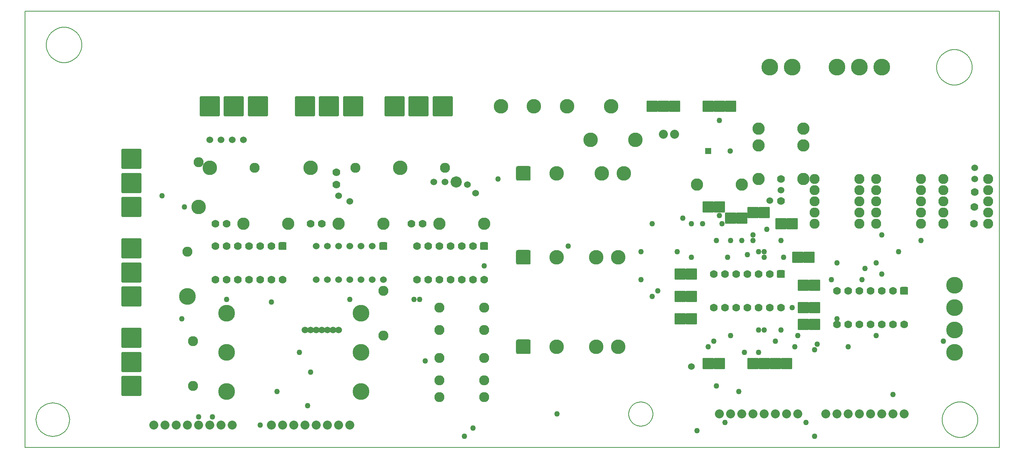
<source format=gbr>
G04 PROTEUS RS274X GERBER FILE*
%FSLAX45Y45*%
%MOMM*%
G01*
%ADD17C,1.270000*%
%ADD22C,1.524000*%
%ADD20C,2.540000*%
%ADD27C,1.778000*%
%AMPPAD028*
4,1,48,
-1.905000,2.286000,
1.905000,2.286000,
1.944600,2.284080,
1.982900,2.278420,
2.054940,2.256610,
2.119730,2.221960,
2.175870,2.175870,
2.221960,2.119730,
2.256610,2.054940,
2.269210,2.019740,
2.278420,1.982900,
2.284080,1.944600,
2.286000,1.905000,
2.286000,-1.905000,
2.284080,-1.944600,
2.278420,-1.982900,
2.269210,-2.019740,
2.256610,-2.054940,
2.221960,-2.119730,
2.175870,-2.175870,
2.119730,-2.221960,
2.054940,-2.256610,
1.982900,-2.278420,
1.944600,-2.284080,
1.905000,-2.286000,
-1.905000,-2.286000,
-1.944600,-2.284080,
-1.982900,-2.278420,
-2.054940,-2.256610,
-2.119730,-2.221960,
-2.175870,-2.175870,
-2.221960,-2.119730,
-2.256610,-2.054940,
-2.269210,-2.019740,
-2.278420,-1.982900,
-2.284080,-1.944600,
-2.286000,-1.905000,
-2.286000,1.905000,
-2.284080,1.944600,
-2.278420,1.982900,
-2.269210,2.019740,
-2.256610,2.054940,
-2.221960,2.119730,
-2.175870,2.175870,
-2.119730,2.221960,
-2.054940,2.256610,
-1.982900,2.278420,
-1.944600,2.284080,
-1.905000,2.286000,
0*%
%ADD34PPAD028*%
%AMPPAD029*
4,1,48,
-2.286000,-1.905000,
-2.286000,1.905000,
-2.284080,1.944600,
-2.278420,1.982900,
-2.256610,2.054940,
-2.221960,2.119730,
-2.175870,2.175870,
-2.119730,2.221960,
-2.054940,2.256610,
-2.019740,2.269210,
-1.982900,2.278420,
-1.944600,2.284080,
-1.905000,2.286000,
1.905000,2.286000,
1.944600,2.284080,
1.982900,2.278420,
2.019740,2.269210,
2.054940,2.256610,
2.119730,2.221960,
2.175870,2.175870,
2.221960,2.119730,
2.256610,2.054940,
2.278420,1.982900,
2.284080,1.944600,
2.286000,1.905000,
2.286000,-1.905000,
2.284080,-1.944600,
2.278420,-1.982900,
2.256610,-2.054940,
2.221960,-2.119730,
2.175870,-2.175870,
2.119730,-2.221960,
2.054940,-2.256610,
2.019740,-2.269210,
1.982900,-2.278420,
1.944600,-2.284080,
1.905000,-2.286000,
-1.905000,-2.286000,
-1.944600,-2.284080,
-1.982900,-2.278420,
-2.019740,-2.269210,
-2.054940,-2.256610,
-2.119730,-2.221960,
-2.175870,-2.175870,
-2.221960,-2.119730,
-2.256610,-2.054940,
-2.278420,-1.982900,
-2.284080,-1.944600,
-2.286000,-1.905000,
0*%
%ADD35PPAD029*%
%AMPPAD030*
4,1,48,
0.635000,-0.889000,
-0.635000,-0.889000,
-0.661400,-0.887720,
-0.686930,-0.883950,
-0.711490,-0.877800,
-0.757220,-0.858870,
-0.797650,-0.831840,
-0.831840,-0.797640,
-0.858860,-0.757220,
-0.877800,-0.711490,
-0.883950,-0.686930,
-0.887720,-0.661400,
-0.889000,-0.635000,
-0.889000,0.635000,
-0.887720,0.661400,
-0.883950,0.686930,
-0.877800,0.711490,
-0.858860,0.757220,
-0.831840,0.797640,
-0.797650,0.831840,
-0.757220,0.858870,
-0.711490,0.877800,
-0.686930,0.883950,
-0.661400,0.887720,
-0.635000,0.889000,
0.635000,0.889000,
0.661400,0.887720,
0.686930,0.883950,
0.711490,0.877800,
0.757220,0.858870,
0.797650,0.831840,
0.831840,0.797640,
0.858860,0.757220,
0.877800,0.711490,
0.883950,0.686930,
0.887720,0.661400,
0.889000,0.635000,
0.889000,-0.635000,
0.887720,-0.661400,
0.883950,-0.686930,
0.877800,-0.711490,
0.858860,-0.757220,
0.831840,-0.797640,
0.797650,-0.831840,
0.757220,-0.858870,
0.711490,-0.877800,
0.686930,-0.883950,
0.661400,-0.887720,
0.635000,-0.889000,
0*%
%ADD36PPAD030*%
%ADD37C,2.794000*%
%ADD38C,3.810000*%
%ADD39C,3.302000*%
%AMPPAD034*
4,1,48,
-1.016000,1.270000,
1.016000,1.270000,
1.042400,1.268720,
1.067930,1.264950,
1.092490,1.258800,
1.138220,1.239870,
1.178650,1.212840,
1.212840,1.178640,
1.239860,1.138220,
1.258800,1.092490,
1.264950,1.067930,
1.268720,1.042400,
1.270000,1.016000,
1.270000,-1.016000,
1.268720,-1.042400,
1.264950,-1.067930,
1.258800,-1.092490,
1.239860,-1.138220,
1.212840,-1.178640,
1.178650,-1.212840,
1.138220,-1.239870,
1.092490,-1.258800,
1.067930,-1.264950,
1.042400,-1.268720,
1.016000,-1.270000,
-1.016000,-1.270000,
-1.042400,-1.268720,
-1.067930,-1.264950,
-1.092490,-1.258800,
-1.138220,-1.239870,
-1.178650,-1.212840,
-1.212840,-1.178640,
-1.239860,-1.138220,
-1.258800,-1.092490,
-1.264950,-1.067930,
-1.268720,-1.042400,
-1.270000,-1.016000,
-1.270000,1.016000,
-1.268720,1.042400,
-1.264950,1.067930,
-1.258800,1.092490,
-1.239860,1.138220,
-1.212840,1.178640,
-1.178650,1.212840,
-1.138220,1.239870,
-1.092490,1.258800,
-1.067930,1.264950,
-1.042400,1.268720,
-1.016000,1.270000,
0*%
%ADD40PPAD034*%
%ADD16C,2.032000*%
%AMPPAD035*
4,1,4,
-0.640000,0.640000,
0.640000,0.640000,
0.640000,-0.640000,
-0.640000,-0.640000,
-0.640000,0.640000,
0*%
%ADD41PPAD035*%
%ADD25C,1.280000*%
%AMPPAD036*
4,1,48,
-1.270000,1.651000,
1.270000,1.651000,
1.309600,1.649080,
1.347900,1.643420,
1.419940,1.621610,
1.484730,1.586960,
1.540870,1.540870,
1.586960,1.484730,
1.621610,1.419940,
1.634210,1.384740,
1.643420,1.347900,
1.649080,1.309600,
1.651000,1.270000,
1.651000,-1.270000,
1.649080,-1.309600,
1.643420,-1.347900,
1.634210,-1.384740,
1.621610,-1.419940,
1.586960,-1.484730,
1.540870,-1.540870,
1.484730,-1.586960,
1.419940,-1.621610,
1.347900,-1.643420,
1.309600,-1.649080,
1.270000,-1.651000,
-1.270000,-1.651000,
-1.309600,-1.649080,
-1.347900,-1.643420,
-1.419940,-1.621610,
-1.484730,-1.586960,
-1.540870,-1.540870,
-1.586960,-1.484730,
-1.621610,-1.419940,
-1.634210,-1.384740,
-1.643420,-1.347900,
-1.649080,-1.309600,
-1.651000,-1.270000,
-1.651000,1.270000,
-1.649080,1.309600,
-1.643420,1.347900,
-1.634210,1.384740,
-1.621610,1.419940,
-1.586960,1.484730,
-1.540870,1.540870,
-1.484730,1.586960,
-1.419940,1.621610,
-1.347900,1.643420,
-1.309600,1.649080,
-1.270000,1.651000,
0*%
%ADD42PPAD036*%
%ADD70C,2.286000*%
%ADD31C,0.203200*%
%TD.AperFunction*%
D17*
X+4826000Y+7112000D03*
X+5016500Y+7620000D03*
X+4953000Y+6985000D03*
X+4381500Y+3937000D03*
X+4699000Y+7493000D03*
X+5334000Y+7366000D03*
X+4826000Y+4826000D03*
X+4826000Y+5334000D03*
X+5207000Y+5080000D03*
X+4508500Y+4826000D03*
X+4953000Y+5334000D03*
X+4953000Y+7112000D03*
X+4699000Y+7366000D03*
X+3111500Y+7874000D03*
X+3937000Y+7937500D03*
X+4000500Y+7747000D03*
X+4127500Y+6985000D03*
X+3556000Y+7747000D03*
X+3873500Y+7366000D03*
X+4191000Y+7366000D03*
X+3810000Y+5080000D03*
X+3873500Y+4064000D03*
X+3683000Y+4953000D03*
X+7620000Y+6604000D03*
X+7175500Y+6477000D03*
X+7493000Y+5207000D03*
X+6604000Y+5588000D03*
X+3302000Y+6985000D03*
X+4572000Y+7048500D03*
D22*
X+3302000Y+4508500D03*
D17*
X+4445000Y+7366000D03*
X+4191000Y+5207000D03*
X+3937000Y+10096500D03*
X+5651500Y+4953000D03*
X+5334000Y+5334000D03*
X+5397500Y+6985000D03*
X-6223000Y+5969000D03*
X-7239000Y+6032500D03*
X+6858000Y+4953000D03*
X+7493000Y+6858000D03*
X+7239000Y+6731000D03*
X+6477000Y+6477000D03*
X+6604000Y+6858000D03*
X-8699500Y+8382000D03*
X-1079500Y+8763000D03*
X-1651000Y+3111500D03*
X+6096000Y+2921000D03*
X+6096000Y+4889500D03*
X+4064000Y+3238500D03*
X+5905500Y+3238500D03*
X+7874000Y+3873500D03*
X+3429000Y+3048000D03*
X-1841500Y+2921000D03*
X+8001000Y+7112000D03*
X+8509000Y+7366000D03*
X+9017000Y+5080000D03*
X+6159500Y+5016500D03*
X+5715000Y+5207000D03*
X+5588000Y+5842000D03*
X-5588000Y+4826000D03*
X-8255000Y+5588000D03*
X-1397000Y+6794500D03*
X-7874000Y+3365500D03*
X-2730500Y+4635500D03*
X-5334000Y+4381500D03*
D22*
X-1778000Y+8636000D03*
X-1587500Y+8445500D03*
D17*
X-2984500Y+6032500D03*
X-4445000Y+6032500D03*
D22*
X-4826000Y+5334000D03*
X-5080000Y+5334000D03*
X-5461000Y+5334000D03*
X-4699000Y+5334000D03*
X-5334000Y+5334000D03*
X-5207000Y+5334000D03*
X-4953000Y+5334000D03*
D20*
X-2032000Y+8699500D03*
D22*
X-2286000Y+8699500D03*
X-2540000Y+8699500D03*
X+5080415Y+8272026D03*
X+5334191Y+8509000D03*
D27*
X-4746450Y+8636000D03*
D22*
X-7366000Y+9652000D03*
X-7620000Y+9652000D03*
X-6858000Y+9652000D03*
X-7112000Y+9652000D03*
X-4445000Y+8255000D03*
X-4699000Y+8382000D03*
D27*
X-4744743Y+8921821D03*
D17*
X-8191500Y+8128000D03*
D22*
X+9733796Y+9017000D03*
D17*
X+7620000Y+7493000D03*
D22*
X+9733796Y+8763000D03*
D27*
X+9724673Y+8128781D03*
X+9733796Y+8470957D03*
X+9719194Y+7747860D03*
X+5334264Y+8265835D03*
X+5334115Y+8763000D03*
D17*
X-6096000Y+3937000D03*
X-7556500Y+3365500D03*
X-6477000Y+3175000D03*
X-5397500Y+3619500D03*
X+254000Y+3429000D03*
X+508000Y+7239000D03*
X+2984500Y+7112000D03*
X+2159000Y+7112000D03*
X+2159000Y+6477000D03*
X-2857500Y+6032500D03*
X+2540000Y+6223000D03*
X+3302000Y+7747000D03*
X+2413000Y+7747000D03*
X+2413000Y+6096000D03*
D34*
X-7620000Y+10414000D03*
X-7073900Y+10414000D03*
X-6527800Y+10414000D03*
D35*
X-9398000Y+8128000D03*
X-9398000Y+8674100D03*
X-9398000Y+9220200D03*
D34*
X-5461000Y+10414000D03*
X-4914900Y+10414000D03*
X-4368800Y+10414000D03*
D35*
X-9398000Y+6096000D03*
X-9398000Y+6642100D03*
X-9398000Y+7188200D03*
D34*
X-3429000Y+10414000D03*
X-2882900Y+10414000D03*
X-2336800Y+10414000D03*
D35*
X-9398000Y+4064000D03*
X-9398000Y+4610100D03*
X-9398000Y+5156200D03*
D36*
X-5969000Y+7239000D03*
D27*
X-6223000Y+7239000D03*
X-6477000Y+7239000D03*
X-6731000Y+7239000D03*
X-6985000Y+7239000D03*
X-7239000Y+7239000D03*
X-7493000Y+7239000D03*
X-7493000Y+6477000D03*
X-7239000Y+6477000D03*
X-6985000Y+6477000D03*
X-6731000Y+6477000D03*
X-6477000Y+6477000D03*
X-6223000Y+6477000D03*
X-5969000Y+6477000D03*
D36*
X-3683000Y+7239000D03*
D22*
X-3937000Y+7239000D03*
X-4191000Y+7239000D03*
X-4445000Y+7239000D03*
X-4699000Y+7239000D03*
X-4953000Y+7239000D03*
X-5207000Y+7239000D03*
X-5207000Y+6477000D03*
X-4953000Y+6477000D03*
X-4699000Y+6477000D03*
X-4445000Y+6477000D03*
X-4191000Y+6477000D03*
X-3937000Y+6477000D03*
X-3683000Y+6477000D03*
D36*
X-1397000Y+7239000D03*
D27*
X-1651000Y+7239000D03*
X-1905000Y+7239000D03*
X-2159000Y+7239000D03*
X-2413000Y+7239000D03*
X-2667000Y+7239000D03*
X-2921000Y+7239000D03*
X-2921000Y+6477000D03*
X-2667000Y+6477000D03*
X-2413000Y+6477000D03*
X-2159000Y+6477000D03*
X-1905000Y+6477000D03*
X-1651000Y+6477000D03*
X-1397000Y+6477000D03*
D37*
X-5842000Y+7747000D03*
X-6858000Y+7747000D03*
X-3683000Y+7747000D03*
X-4699000Y+7747000D03*
X-1397000Y+7747000D03*
X-2413000Y+7747000D03*
D27*
X-7493000Y+7747000D03*
X-7239000Y+7747000D03*
X-5334000Y+7747000D03*
X-5080000Y+7747000D03*
X-3048000Y+7747000D03*
X-2794000Y+7747000D03*
D38*
X+9271000Y+4826000D03*
X+9271000Y+5334000D03*
X+9271000Y+5842000D03*
X+9271000Y+6350000D03*
X+7620000Y+11303000D03*
X+7112000Y+11303000D03*
X+6604000Y+11303000D03*
X+5588000Y+11303000D03*
X+5080000Y+11303000D03*
D39*
X+1484000Y+10414000D03*
X-1016000Y+10414000D03*
X+484000Y+10414000D03*
X-266000Y+10414000D03*
D40*
X+3683000Y+10414000D03*
X+3937000Y+10414000D03*
X+4191000Y+10414000D03*
X+2413000Y+10414000D03*
X+2667000Y+10414000D03*
X+2921000Y+10414000D03*
D16*
X+2921000Y+9779000D03*
X+2667000Y+9779000D03*
D41*
X+3687000Y+9398000D03*
D25*
X+4187000Y+9398000D03*
D37*
X+5842000Y+9906000D03*
X+4826000Y+9906000D03*
X+4445000Y+8636000D03*
X+3429000Y+8636000D03*
X+4826000Y+9525000D03*
X+5842000Y+9525000D03*
X+5842000Y+8763000D03*
X+4826000Y+8763000D03*
D16*
X-8890000Y+3175000D03*
X-8636000Y+3175000D03*
X-8382000Y+3175000D03*
X-8128000Y+3175000D03*
X-7874000Y+3175000D03*
X-7620000Y+3175000D03*
X-7366000Y+3175000D03*
X-7112000Y+3175000D03*
D42*
X-502000Y+6985000D03*
D39*
X+248000Y+6985000D03*
D42*
X-502000Y+4953000D03*
D39*
X+248000Y+4953000D03*
D42*
X-502000Y+8890000D03*
D39*
X+248000Y+8890000D03*
X+1274000Y+8890000D03*
X+1774000Y+8890000D03*
X+1147000Y+6985000D03*
X+1647000Y+6985000D03*
X+1147000Y+4953000D03*
X+1647000Y+4953000D03*
D38*
X-7239000Y+5715000D03*
X-4191000Y+5715000D03*
X-7239000Y+4826000D03*
X-4191000Y+4826000D03*
X-7239000Y+3937000D03*
X-4191000Y+3937000D03*
D70*
X-2413000Y+5842000D03*
X-1397000Y+5842000D03*
X-1397000Y+5334000D03*
X-2413000Y+5334000D03*
X-2413000Y+4699000D03*
X-1397000Y+4699000D03*
X-1397000Y+4191000D03*
X-2413000Y+4191000D03*
X-2413000Y+3810000D03*
X-1397000Y+3810000D03*
X-6604000Y+9017000D03*
D39*
X-7620000Y+9017000D03*
D70*
X-4318000Y+9017000D03*
D39*
X-5334000Y+9017000D03*
D70*
X-2286000Y+9017000D03*
D39*
X-3302000Y+9017000D03*
D70*
X-8001000Y+5080000D03*
X-8001000Y+4064000D03*
X-8128000Y+7112000D03*
D38*
X-8128000Y+6096000D03*
D70*
X-7874000Y+9144000D03*
D39*
X-7874000Y+8128000D03*
D16*
X-6223000Y+3175000D03*
X-5969000Y+3175000D03*
X-5715000Y+3175000D03*
X-5461000Y+3175000D03*
X-5207000Y+3175000D03*
X-4953000Y+3175000D03*
X-4699000Y+3175000D03*
X-4445000Y+3175000D03*
D36*
X+5334000Y+6604000D03*
D27*
X+5080000Y+6604000D03*
X+4826000Y+6604000D03*
X+4572000Y+6604000D03*
X+4318000Y+6604000D03*
X+4064000Y+6604000D03*
X+3810000Y+6604000D03*
X+3810000Y+5842000D03*
X+4064000Y+5842000D03*
X+4318000Y+5842000D03*
X+4572000Y+5842000D03*
X+4826000Y+5842000D03*
X+5080000Y+5842000D03*
X+5334000Y+5842000D03*
D36*
X+8128000Y+6223000D03*
D27*
X+7874000Y+6223000D03*
X+7620000Y+6223000D03*
X+7366000Y+6223000D03*
X+7112000Y+6223000D03*
X+6858000Y+6223000D03*
X+6604000Y+6223000D03*
X+6604000Y+5461000D03*
X+6858000Y+5461000D03*
X+7112000Y+5461000D03*
X+7366000Y+5461000D03*
X+7620000Y+5461000D03*
X+7874000Y+5461000D03*
X+8128000Y+5461000D03*
D40*
X+4699000Y+8001000D03*
X+4953000Y+8001000D03*
X+5334000Y+7747000D03*
X+5588000Y+7747000D03*
X+3683000Y+8128000D03*
X+3937000Y+8128000D03*
X+3048000Y+6604000D03*
X+3302000Y+6604000D03*
X+4191000Y+7874000D03*
X+4445000Y+7874000D03*
X+3683000Y+4572000D03*
X+3937000Y+4572000D03*
X+4699000Y+4572000D03*
X+4953000Y+4572000D03*
X+5207000Y+4572000D03*
X+5461000Y+4572000D03*
X+5715000Y+6985000D03*
X+5969000Y+6985000D03*
X+5842000Y+6350000D03*
X+6096000Y+6350000D03*
X+3048000Y+6096000D03*
X+3302000Y+6096000D03*
X+3048000Y+5588000D03*
X+3302000Y+5588000D03*
X+5842000Y+5842000D03*
X+6096000Y+5842000D03*
X+5842000Y+5461000D03*
X+6096000Y+5461000D03*
D70*
X+9017000Y+8763000D03*
X+10033000Y+8763000D03*
X+10033000Y+8509000D03*
X+9017000Y+8509000D03*
X+9017000Y+8255000D03*
X+10033000Y+8255000D03*
X+10033000Y+8001000D03*
X+9017000Y+8001000D03*
X+9017000Y+7747000D03*
X+10033000Y+7747000D03*
D16*
X+6350000Y+3429000D03*
X+6604000Y+3429000D03*
X+6858000Y+3429000D03*
X+7112000Y+3429000D03*
X+7366000Y+3429000D03*
X+7620000Y+3429000D03*
X+7874000Y+3429000D03*
X+8128000Y+3429000D03*
X+3937000Y+3429000D03*
X+4191000Y+3429000D03*
X+4445000Y+3429000D03*
X+4699000Y+3429000D03*
X+4953000Y+3429000D03*
X+5207000Y+3429000D03*
X+5461000Y+3429000D03*
X+5715000Y+3429000D03*
D39*
X+2032000Y+9652000D03*
X+1016000Y+9652000D03*
D70*
X+8509000Y+8763000D03*
X+7493000Y+8763000D03*
X+7493000Y+8509000D03*
X+8509000Y+8509000D03*
X+8509000Y+8255000D03*
X+7493000Y+8255000D03*
X+7493000Y+8001000D03*
X+8509000Y+8001000D03*
X+8509000Y+7747000D03*
X+7493000Y+7747000D03*
X+7112000Y+8763000D03*
X+6096000Y+8763000D03*
X+6096000Y+8509000D03*
X+7112000Y+8509000D03*
X+7112000Y+8255000D03*
X+6096000Y+8255000D03*
X+6096000Y+8001000D03*
X+7112000Y+8001000D03*
X+7112000Y+7747000D03*
X+6096000Y+7747000D03*
X-3683000Y+6223000D03*
X-3683000Y+5207000D03*
D31*
X-11811000Y+2667000D02*
X+10287000Y+2667000D01*
X+10287000Y+12573000D01*
X-11811000Y+12573000D01*
X-11811000Y+2667000D01*
X-10794444Y+3302000D02*
X-10795647Y+3332279D01*
X-10805415Y+3392839D01*
X-10825767Y+3453399D01*
X-10858733Y+3513959D01*
X-10908917Y+3574492D01*
X-10969477Y+3622832D01*
X-11030037Y+3654533D01*
X-11090597Y+3673875D01*
X-11151157Y+3682746D01*
X-11176000Y+3683556D01*
X-11557556Y+3302000D02*
X-11556353Y+3332279D01*
X-11546585Y+3392839D01*
X-11526233Y+3453399D01*
X-11493267Y+3513959D01*
X-11443083Y+3574492D01*
X-11382523Y+3622832D01*
X-11321963Y+3654533D01*
X-11261403Y+3673875D01*
X-11200843Y+3682746D01*
X-11176000Y+3683556D01*
X-11557556Y+3302000D02*
X-11556353Y+3271721D01*
X-11546585Y+3211161D01*
X-11526233Y+3150601D01*
X-11493267Y+3090041D01*
X-11443083Y+3029508D01*
X-11382523Y+2981168D01*
X-11321963Y+2949467D01*
X-11261403Y+2930125D01*
X-11200843Y+2921254D01*
X-11176000Y+2920444D01*
X-10794444Y+3302000D02*
X-10795647Y+3271721D01*
X-10805415Y+3211161D01*
X-10825767Y+3150601D01*
X-10858733Y+3090041D01*
X-10908917Y+3029508D01*
X-10969477Y+2981168D01*
X-11030037Y+2949467D01*
X-11090597Y+2930125D01*
X-11151157Y+2921254D01*
X-11176000Y+2920444D01*
X+9799609Y+3302000D02*
X+9798349Y+3333791D01*
X+9788120Y+3397374D01*
X+9766812Y+3460957D01*
X+9732314Y+3524540D01*
X+9679838Y+3588107D01*
X+9616255Y+3639127D01*
X+9552672Y+3672630D01*
X+9489089Y+3693143D01*
X+9425506Y+3702666D01*
X+9398000Y+3703609D01*
X+8996391Y+3302000D02*
X+8997651Y+3333791D01*
X+9007880Y+3397374D01*
X+9029188Y+3460957D01*
X+9063686Y+3524540D01*
X+9116162Y+3588107D01*
X+9179745Y+3639127D01*
X+9243328Y+3672630D01*
X+9306911Y+3693143D01*
X+9370494Y+3702666D01*
X+9398000Y+3703609D01*
X+8996391Y+3302000D02*
X+8997651Y+3270209D01*
X+9007880Y+3206626D01*
X+9029188Y+3143043D01*
X+9063686Y+3079460D01*
X+9116162Y+3015893D01*
X+9179745Y+2964873D01*
X+9243328Y+2931370D01*
X+9306911Y+2910857D01*
X+9370494Y+2901334D01*
X+9398000Y+2900391D01*
X+9799609Y+3302000D02*
X+9798349Y+3270209D01*
X+9788120Y+3206626D01*
X+9766812Y+3143043D01*
X+9732314Y+3079460D01*
X+9679838Y+3015893D01*
X+9616255Y+2964873D01*
X+9552672Y+2931370D01*
X+9489089Y+2910857D01*
X+9425506Y+2901334D01*
X+9398000Y+2900391D01*
X+9672609Y+11303000D02*
X+9671349Y+11334791D01*
X+9661120Y+11398374D01*
X+9639812Y+11461957D01*
X+9605314Y+11525540D01*
X+9552838Y+11589107D01*
X+9489255Y+11640127D01*
X+9425672Y+11673630D01*
X+9362089Y+11694143D01*
X+9298506Y+11703666D01*
X+9271000Y+11704609D01*
X+8869391Y+11303000D02*
X+8870651Y+11334791D01*
X+8880880Y+11398374D01*
X+8902188Y+11461957D01*
X+8936686Y+11525540D01*
X+8989162Y+11589107D01*
X+9052745Y+11640127D01*
X+9116328Y+11673630D01*
X+9179911Y+11694143D01*
X+9243494Y+11703666D01*
X+9271000Y+11704609D01*
X+8869391Y+11303000D02*
X+8870651Y+11271209D01*
X+8880880Y+11207626D01*
X+8902188Y+11144043D01*
X+8936686Y+11080460D01*
X+8989162Y+11016893D01*
X+9052745Y+10965873D01*
X+9116328Y+10932370D01*
X+9179911Y+10911857D01*
X+9243494Y+10902334D01*
X+9271000Y+10901391D01*
X+9672609Y+11303000D02*
X+9671349Y+11271209D01*
X+9661120Y+11207626D01*
X+9639812Y+11144043D01*
X+9605314Y+11080460D01*
X+9552838Y+11016893D01*
X+9489255Y+10965873D01*
X+9425672Y+10932370D01*
X+9362089Y+10911857D01*
X+9298506Y+10902334D01*
X+9271000Y+10901391D01*
X+2433609Y+3429000D02*
X+2432719Y+3451087D01*
X+2425494Y+3495263D01*
X+2410423Y+3539439D01*
X+2385946Y+3583615D01*
X+2348565Y+3627684D01*
X+2304389Y+3661964D01*
X+2260213Y+3684276D01*
X+2216037Y+3697620D01*
X+2171861Y+3703308D01*
X+2159000Y+3703609D01*
X+1884391Y+3429000D02*
X+1885281Y+3451087D01*
X+1892506Y+3495263D01*
X+1907577Y+3539439D01*
X+1932054Y+3583615D01*
X+1969435Y+3627684D01*
X+2013611Y+3661964D01*
X+2057787Y+3684276D01*
X+2101963Y+3697620D01*
X+2146139Y+3703308D01*
X+2159000Y+3703609D01*
X+1884391Y+3429000D02*
X+1885281Y+3406913D01*
X+1892506Y+3362737D01*
X+1907577Y+3318561D01*
X+1932054Y+3274385D01*
X+1969435Y+3230316D01*
X+2013611Y+3196036D01*
X+2057787Y+3173724D01*
X+2101963Y+3160380D01*
X+2146139Y+3154692D01*
X+2159000Y+3154391D01*
X+2433609Y+3429000D02*
X+2432719Y+3406913D01*
X+2425494Y+3362737D01*
X+2410423Y+3318561D01*
X+2385946Y+3274385D01*
X+2348565Y+3230316D01*
X+2304389Y+3196036D01*
X+2260213Y+3173724D01*
X+2216037Y+3160380D01*
X+2171861Y+3154692D01*
X+2159000Y+3154391D01*
X-10520391Y+11811000D02*
X-10521651Y+11842791D01*
X-10531880Y+11906374D01*
X-10553188Y+11969957D01*
X-10587686Y+12033540D01*
X-10640162Y+12097107D01*
X-10703745Y+12148127D01*
X-10767328Y+12181630D01*
X-10830911Y+12202143D01*
X-10894494Y+12211666D01*
X-10922000Y+12212609D01*
X-11323609Y+11811000D02*
X-11322349Y+11842791D01*
X-11312120Y+11906374D01*
X-11290812Y+11969957D01*
X-11256314Y+12033540D01*
X-11203838Y+12097107D01*
X-11140255Y+12148127D01*
X-11076672Y+12181630D01*
X-11013089Y+12202143D01*
X-10949506Y+12211666D01*
X-10922000Y+12212609D01*
X-11323609Y+11811000D02*
X-11322349Y+11779209D01*
X-11312120Y+11715626D01*
X-11290812Y+11652043D01*
X-11256314Y+11588460D01*
X-11203838Y+11524893D01*
X-11140255Y+11473873D01*
X-11076672Y+11440370D01*
X-11013089Y+11419857D01*
X-10949506Y+11410334D01*
X-10922000Y+11409391D01*
X-10520391Y+11811000D02*
X-10521651Y+11779209D01*
X-10531880Y+11715626D01*
X-10553188Y+11652043D01*
X-10587686Y+11588460D01*
X-10640162Y+11524893D01*
X-10703745Y+11473873D01*
X-10767328Y+11440370D01*
X-10830911Y+11419857D01*
X-10894494Y+11410334D01*
X-10922000Y+11409391D01*
M02*

</source>
